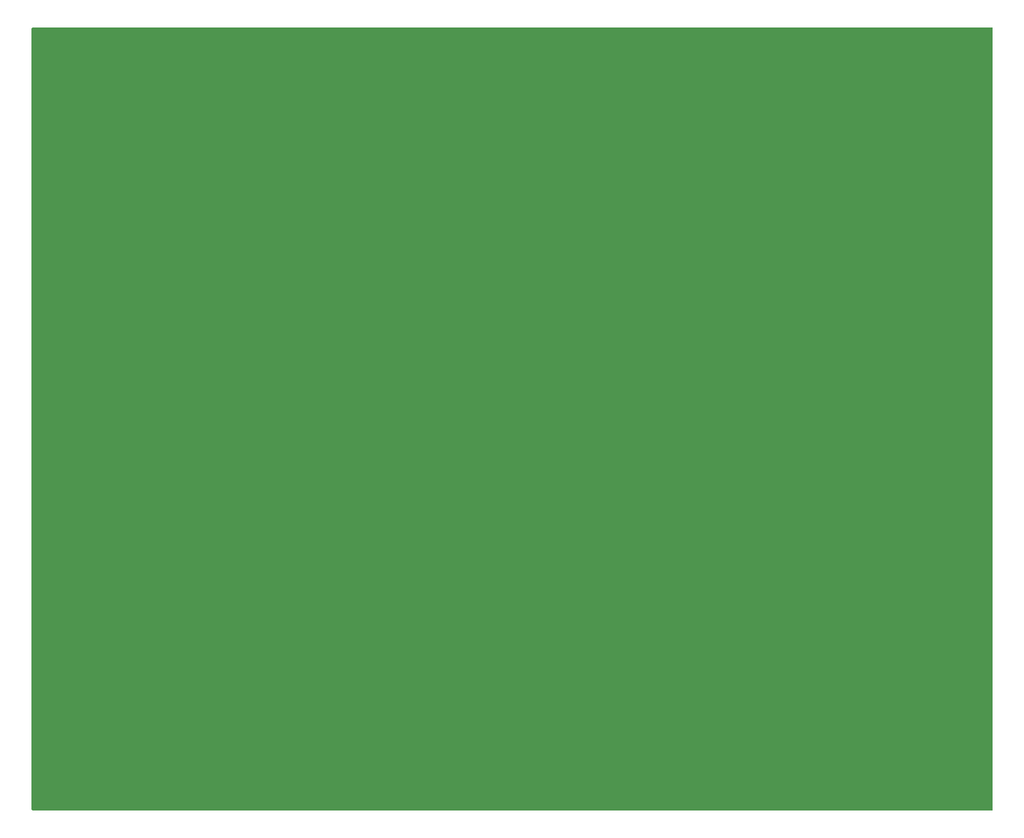
<source format=gbr>
%TF.GenerationSoftware,KiCad,Pcbnew,7.0.7*%
%TF.CreationDate,2023-09-11T10:40:40+02:00*%
%TF.ProjectId,Nano_vfo,4e616e6f-5f76-4666-9f2e-6b696361645f,rev?*%
%TF.SameCoordinates,Original*%
%TF.FileFunction,Soldermask,Bot*%
%TF.FilePolarity,Negative*%
%FSLAX46Y46*%
G04 Gerber Fmt 4.6, Leading zero omitted, Abs format (unit mm)*
G04 Created by KiCad (PCBNEW 7.0.7) date 2023-09-11 10:40:40*
%MOMM*%
%LPD*%
G01*
G04 APERTURE LIST*
%ADD10C,3.810000*%
%ADD11O,1.524000X1.524000*%
%ADD12C,1.524000*%
%ADD13C,2.000000*%
%ADD14O,2.000000X2.000000*%
%ADD15C,1.600000*%
%ADD16C,2.600000*%
%ADD17R,3.000000X3.000000*%
%ADD18C,3.048000*%
%ADD19R,1.700000X1.700000*%
%ADD20C,1.700000*%
%ADD21O,1.700000X1.700000*%
%ADD22C,1.397000*%
%ADD23R,2.000000X2.000000*%
%ADD24R,3.200000X2.000000*%
%ADD25C,2.400000*%
%ADD26O,2.400000X2.400000*%
%ADD27O,3.048000X1.850000*%
%ADD28R,1.600000X1.600000*%
%ADD29O,1.600000X1.600000*%
%ADD30C,2.050000*%
%ADD31C,2.250000*%
G04 APERTURE END LIST*
D10*
%TO.C,U2*%
X187325000Y-34036000D03*
X187325000Y-59436000D03*
D11*
X187325000Y-54356000D03*
D12*
X187325000Y-51816000D03*
X187325000Y-49276000D03*
X187325000Y-46736000D03*
X187325000Y-44196000D03*
X187325000Y-41656000D03*
X187325000Y-39116000D03*
%TD*%
D13*
%TO.C,L1*%
X219075000Y-76073000D03*
D14*
X219075000Y-63373000D03*
%TD*%
D13*
%TO.C,C4*%
X205265000Y-104775000D03*
X215265000Y-104775000D03*
%TD*%
D15*
%TO.C,C19*%
X195961000Y-95965000D03*
X195961000Y-100965000D03*
%TD*%
D13*
%TO.C,C3*%
X205265000Y-98425000D03*
X215265000Y-98425000D03*
%TD*%
D16*
%TO.C,B1*%
X169075000Y-59360000D03*
X154325000Y-37160000D03*
X141075000Y-59360000D03*
D17*
X130175000Y-41910000D03*
D18*
X130175000Y-54610000D03*
%TD*%
D19*
%TO.C,U3*%
X154855000Y-69028000D03*
D20*
X157395000Y-69028000D03*
X159935000Y-69028000D03*
X162475000Y-69028000D03*
X165015000Y-69028000D03*
X167555000Y-69028000D03*
X170095000Y-69028000D03*
X172635000Y-69028000D03*
%TD*%
D19*
%TO.C,X2*%
X173487000Y-104902000D03*
D21*
X170947000Y-104902000D03*
%TD*%
D22*
%TO.C,SW2*%
X186690000Y-82550000D03*
X194310000Y-82550000D03*
X186690000Y-87630000D03*
X194310000Y-87630000D03*
%TD*%
D23*
%TO.C,SW3*%
X205860000Y-84455000D03*
D13*
X205860000Y-89455000D03*
X205860000Y-86955000D03*
D24*
X213360000Y-81355000D03*
X213360000Y-92555000D03*
D13*
X220360000Y-89455000D03*
X220360000Y-84455000D03*
%TD*%
D25*
%TO.C,SW1*%
X202911000Y-68470000D03*
X202911000Y-73770000D03*
%TD*%
%TO.C,R1*%
X209677000Y-37973000D03*
D26*
X209677000Y-53213000D03*
%TD*%
D27*
%TO.C,S2*%
X185530000Y-69255000D03*
X198030000Y-69255000D03*
X185530000Y-74255000D03*
X198030000Y-74255000D03*
%TD*%
D25*
%TO.C,R2*%
X147415000Y-104898000D03*
D26*
X162655000Y-104898000D03*
%TD*%
D28*
%TO.C,C2*%
X186142621Y-97917000D03*
D15*
X188642621Y-97917000D03*
%TD*%
D28*
%TO.C,U1*%
X128165000Y-69788000D03*
D29*
X128165000Y-72328000D03*
X128165000Y-74868000D03*
X128165000Y-77408000D03*
X128165000Y-79948000D03*
X128165000Y-82488000D03*
X128165000Y-85028000D03*
X128165000Y-87568000D03*
X128165000Y-90108000D03*
X128165000Y-92648000D03*
X128165000Y-95188000D03*
X128165000Y-97728000D03*
X128165000Y-100268000D03*
X128165000Y-102808000D03*
X128165000Y-105348000D03*
X143405000Y-105348000D03*
X143405000Y-102808000D03*
X143405000Y-100268000D03*
X143405000Y-97728000D03*
X143405000Y-95188000D03*
X143405000Y-92648000D03*
X143405000Y-90108000D03*
X143405000Y-87568000D03*
X143405000Y-85028000D03*
X143405000Y-82488000D03*
X143405000Y-79948000D03*
X143405000Y-77408000D03*
X143405000Y-74868000D03*
X143405000Y-72328000D03*
X143405000Y-69788000D03*
%TD*%
D30*
%TO.C,X1*%
X217170000Y-46101000D03*
D31*
X214630000Y-43561000D03*
X214630000Y-48641000D03*
X219710000Y-43561000D03*
X219710000Y-48641000D03*
%TD*%
D15*
%TO.C,C5*%
X218694000Y-59523000D03*
X218694000Y-54523000D03*
%TD*%
G36*
X226638039Y-28594685D02*
G01*
X226683794Y-28647489D01*
X226695000Y-28699000D01*
X226695000Y-112906000D01*
X226675315Y-112973039D01*
X226622511Y-113018794D01*
X226571000Y-113030000D01*
X123314000Y-113030000D01*
X123246961Y-113010315D01*
X123201206Y-112957511D01*
X123190000Y-112906000D01*
X123190000Y-28699000D01*
X123209685Y-28631961D01*
X123262489Y-28586206D01*
X123314000Y-28575000D01*
X226571000Y-28575000D01*
X226638039Y-28594685D01*
G37*
M02*

</source>
